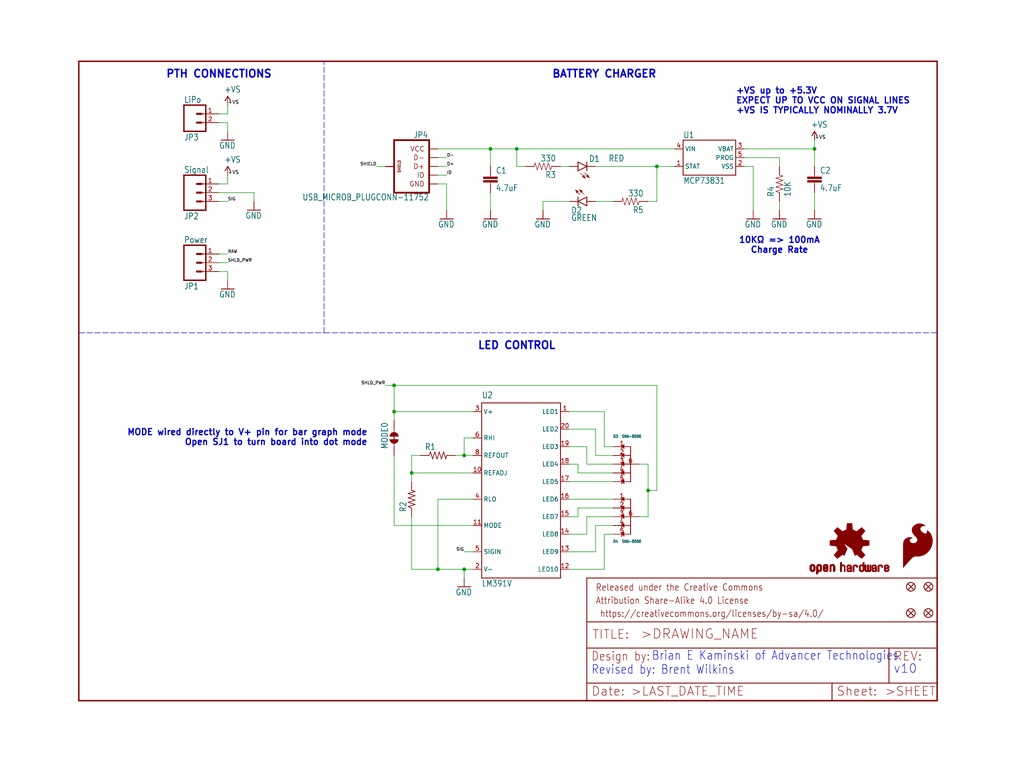
<source format=kicad_sch>
(kicad_sch (version 20211123) (generator eeschema)
  (paper "User" 297.002 223.926)
  (lib_symbols
    (symbol "eagleSchem-eagle-import:1.0V" (power)
      (property "Value" "1.0V" (at -1.016 3.556 0))
      (symbol "1.0V_1_0"
        (pin power_in line (at 0 0 90) (length 2.54) (name "1.0V") (number "1"))
      )
    )
    (symbol "eagleSchem-eagle-import:10KOHM-1{slash}10W-1%(0603)0603"
      (property "Reference" "R" (at -3.81 1.4986 0))
      (property "Value" "10KOHM-1{slash}10W-1%(0603)0603" (at -3.81 -3.302 0))
      (symbol "10KOHM-1{slash}10W-1%(0603)0603_1_0"
        (pin passive line (at -5.08 0 0) (length 2.54) (name "1") (number "1"))
        (pin passive line (at 5.08 0 180) (length 2.54) (name "2") (number "2"))
      )
    )
    (symbol "eagleSchem-eagle-import:330OHM1{slash}10W1%(0603)"
      (property "Reference" "R" (at -3.81 1.4986 0))
      (property "Value" "330OHM1{slash}10W1%(0603)" (at -3.81 -3.302 0))
      (symbol "330OHM1{slash}10W1%(0603)_1_0"
        (pin passive line (at -5.08 0 0) (length 2.54) (name "1") (number "1"))
        (pin passive line (at 5.08 0 180) (length 2.54) (name "2") (number "2"))
      )
    )
    (symbol "eagleSchem-eagle-import:4.7UF-6.3V-10%(0603)0603"
      (property "Reference" "C" (at 1.524 2.921 0))
      (property "Value" "4.7UF-6.3V-10%(0603)0603" (at 1.524 -2.159 0))
      (symbol "4.7UF-6.3V-10%(0603)0603_1_0"
        (pin passive line (at 0 5.08 270) (length 2.54) (name "1") (number "1"))
        (pin passive line (at 0 -2.54 90) (length 2.54) (name "2") (number "2"))
      )
    )
    (symbol "eagleSchem-eagle-import:FIDUCIAL1X2")
    (symbol "eagleSchem-eagle-import:FRAME-LETTER"
      (symbol "FRAME-LETTER_2_0"
        (text " https://creativecommons.org/licenses/by-sa/4.0/" (at 2.54 24.13 0) (effects (font (size 1.9304 1.6408)) (justify left bottom)))
        (text ">DRAWING_NAME" (at 15.494 17.78 0) (effects (font (size 2.7432 2.7432)) (justify left bottom)))
        (text ">LAST_DATE_TIME" (at 12.7 1.27 0) (effects (font (size 2.54 2.54)) (justify left bottom)))
        (text ">SHEET" (at 86.36 1.27 0) (effects (font (size 2.54 2.54)) (justify left bottom)))
        (text "Attribution Share-Alike 4.0 License" (at 2.54 27.94 0) (effects (font (size 1.9304 1.6408)) (justify left bottom)))
        (text "Date:" (at 1.27 1.27 0) (effects (font (size 2.54 2.54)) (justify left bottom)))
        (text "Design by:" (at 1.27 11.43 0) (effects (font (size 2.54 2.159)) (justify left bottom)))
        (text "Released under the Creative Commons" (at 2.54 31.75 0) (effects (font (size 1.9304 1.6408)) (justify left bottom)))
        (text "REV:" (at 88.9 11.43 0) (effects (font (size 2.54 2.54)) (justify left bottom)))
        (text "Sheet:" (at 72.39 1.27 0) (effects (font (size 2.54 2.54)) (justify left bottom)))
        (text "TITLE:" (at 1.524 17.78 0) (effects (font (size 2.54 2.54)) (justify left bottom)))
      )
    )
    (symbol "eagleSchem-eagle-import:GND" (power)
      (property "Value" "GND" (at -2.54 -2.54 0))
      (symbol "GND_1_0"
        (pin power_in line (at 0 2.54 270) (length 2.54) (name "GND") (number "1"))
      )
    )
    (symbol "eagleSchem-eagle-import:JUMPER-PAD-2-NC_BY_TRACE"
      (property "Reference" "JP" (at -2.54 2.54 0))
      (property "Value" "JUMPER-PAD-2-NC_BY_TRACE" (at -2.54 -5.08 0))
      (symbol "JUMPER-PAD-2-NC_BY_TRACE_1_0"
        (pin passive line (at -5.08 0 0) (length 2.54) (name "1") (number "1"))
        (pin passive line (at 5.08 0 180) (length 2.54) (name "2") (number "2"))
      )
    )
    (symbol "eagleSchem-eagle-import:LED-GREEN0603"
      (property "Reference" "D" (at 3.556 -4.572 90))
      (property "Value" "LED-GREEN0603" (at 5.715 -4.572 90))
      (symbol "LED-GREEN0603_1_0"
        (pin passive line (at 0 2.54 270) (length 2.54) (name "A") (number "A"))
        (pin passive line (at 0 -5.08 90) (length 2.54) (name "C") (number "C"))
      )
    )
    (symbol "eagleSchem-eagle-import:LED-RED0603"
      (property "Reference" "D" (at 3.556 -4.572 90))
      (property "Value" "LED-RED0603" (at 5.715 -4.572 90))
      (symbol "LED-RED0603_1_0"
        (pin passive line (at 0 2.54 270) (length 2.54) (name "A") (number "A"))
        (pin passive line (at 0 -5.08 90) (length 2.54) (name "C") (number "C"))
      )
    )
    (symbol "eagleSchem-eagle-import:LM391V"
      (property "Reference" "U" (at -10.16 26.67 0))
      (property "Value" "LM391V" (at -10.16 -27.94 0))
      (symbol "LM391V_1_0"
        (pin output line (at 15.24 22.86 180) (length 2.54) (name "LED1") (number "1"))
        (pin passive line (at -12.7 5.08 0) (length 2.54) (name "REFADJ") (number "10"))
        (pin input line (at -12.7 -10.16 0) (length 2.54) (name "MODE") (number "11"))
        (pin output line (at 15.24 -22.86 180) (length 2.54) (name "LED10") (number "12"))
        (pin output line (at 15.24 -17.78 180) (length 2.54) (name "LED9") (number "13"))
        (pin output line (at 15.24 -12.7 180) (length 2.54) (name "LED8") (number "14"))
        (pin output line (at 15.24 -7.62 180) (length 2.54) (name "LED7") (number "15"))
        (pin output line (at 15.24 -2.54 180) (length 2.54) (name "LED6") (number "16"))
        (pin output line (at 15.24 2.54 180) (length 2.54) (name "LED5") (number "17"))
        (pin output line (at 15.24 7.62 180) (length 2.54) (name "LED4") (number "18"))
        (pin output line (at 15.24 12.7 180) (length 2.54) (name "LED3") (number "19"))
        (pin power_in line (at -12.7 -22.86 0) (length 2.54) (name "V-") (number "2"))
        (pin output line (at 15.24 17.78 180) (length 2.54) (name "LED2") (number "20"))
        (pin power_in line (at -12.7 22.86 0) (length 2.54) (name "V+") (number "3"))
        (pin input line (at -12.7 -2.54 0) (length 2.54) (name "RLO") (number "4"))
        (pin input line (at -12.7 -17.78 0) (length 2.54) (name "SIGIN") (number "5"))
        (pin input line (at -12.7 15.24 0) (length 2.54) (name "RHI") (number "6"))
        (pin output line (at -12.7 10.16 0) (length 2.54) (name "REFOUT") (number "8"))
      )
    )
    (symbol "eagleSchem-eagle-import:M021X02_NO_SILK"
      (property "Reference" "J" (at -2.54 5.842 0))
      (property "Value" "M021X02_NO_SILK" (at -2.54 -5.08 0))
      (symbol "M021X02_NO_SILK_1_0"
        (pin passive line (at 7.62 0 180) (length 5.08) (name "1") (number "1"))
        (pin passive line (at 7.62 2.54 180) (length 5.08) (name "2") (number "2"))
      )
    )
    (symbol "eagleSchem-eagle-import:M031X03_NO_SILK"
      (property "Reference" "J" (at -2.54 5.842 0))
      (property "Value" "M031X03_NO_SILK" (at -2.54 -7.62 0))
      (symbol "M031X03_NO_SILK_1_0"
        (pin passive line (at 7.62 -2.54 180) (length 5.08) (name "1") (number "1"))
        (pin passive line (at 7.62 0 180) (length 5.08) (name "2") (number "2"))
        (pin passive line (at 7.62 2.54 180) (length 5.08) (name "3") (number "3"))
      )
    )
    (symbol "eagleSchem-eagle-import:MCP73831"
      (property "Reference" "U" (at -7.62 5.588 0))
      (property "Value" "MCP73831" (at -7.62 -7.62 0))
      (symbol "MCP73831_1_0"
        (pin output line (at -10.16 -2.54 0) (length 2.54) (name "STAT") (number "1"))
        (pin power_in line (at 10.16 -2.54 180) (length 2.54) (name "VSS") (number "2"))
        (pin power_in line (at 10.16 2.54 180) (length 2.54) (name "VBAT") (number "3"))
        (pin power_in line (at -10.16 2.54 0) (length 2.54) (name "VIN") (number "4"))
        (pin input line (at 10.16 0 180) (length 2.54) (name "PROG") (number "5"))
      )
    )
    (symbol "eagleSchem-eagle-import:OSHW-LOGOS")
    (symbol "eagleSchem-eagle-import:R-US_R0603"
      (property "Reference" "R" (at -3.81 1.4986 0))
      (property "Value" "R-US_R0603" (at -3.81 -3.302 0))
      (symbol "R-US_R0603_1_0"
        (pin passive line (at -5.08 0 0) (length 2.54) (name "1") (number "1"))
        (pin passive line (at 5.08 0 180) (length 2.54) (name "2") (number "2"))
      )
    )
    (symbol "eagleSchem-eagle-import:SFE_LOGO_FLAME.1_INCH")
    (symbol "eagleSchem-eagle-import:SMA-B500"
      (property "Reference" "D" (at -5.08 12.7 0))
      (property "Value" "SMA-B500" (at -5.08 -2.54 0))
      (symbol "SMA-B500_1_0"
        (pin bidirectional line (at -5.08 10.16 0) (length 5.08) (name "1") (number "1"))
        (pin bidirectional line (at -5.08 7.62 0) (length 5.08) (name "2") (number "2"))
        (pin bidirectional line (at -5.08 5.08 0) (length 5.08) (name "3") (number "3"))
        (pin bidirectional line (at -5.08 2.54 0) (length 5.08) (name "4") (number "4"))
        (pin bidirectional line (at -5.08 0 0) (length 5.08) (name "5") (number "5"))
        (pin bidirectional line (at 2.54 5.08 180) (length 5.08) (name "6") (number "6"))
      )
    )
    (symbol "eagleSchem-eagle-import:USB_MICROB_PLUGCONN-11752"
      (property "Reference" "J" (at -4.826 8.128 0))
      (property "Value" "USB_MICROB_PLUGCONN-11752" (at -5.08 -9.906 0))
      (symbol "USB_MICROB_PLUGCONN-11752_1_0"
        (text "D+" (at -3.81 0 0) (effects (font (size 1.4224 1.4224)) (justify left)))
        (text "D-" (at -3.81 2.54 0) (effects (font (size 1.4224 1.4224)) (justify left)))
        (text "GND" (at -3.81 -5.08 0) (effects (font (size 1.4224 1.4224)) (justify left)))
        (text "ID" (at -3.81 -2.54 0) (effects (font (size 1.4224 1.4224)) (justify left)))
        (text "SHIELD" (at 4.064 0 900) (effects (font (size 0.8128 0.6908)) (justify bottom)))
        (text "VCC" (at -3.81 5.08 0) (effects (font (size 1.4224 1.4224)) (justify left)))
        (pin bidirectional line (at -7.62 0 0) (length 2.54) (name "D+") (number "D+"))
        (pin bidirectional line (at -7.62 2.54 0) (length 2.54) (name "D-") (number "D-"))
        (pin bidirectional line (at -7.62 -5.08 0) (length 2.54) (name "GND") (number "GND"))
        (pin bidirectional line (at -7.62 -2.54 0) (length 2.54) (name "ID") (number "ID"))
        (pin bidirectional line (at 7.62 0 180) (length 2.54) (name "SHIELD") (number "SHIELD1"))
        (pin bidirectional line (at 7.62 0 180) (length 2.54) (name "SHIELD") (number "SHIELD2"))
        (pin bidirectional line (at 7.62 0 180) (length 2.54) (name "SHIELD") (number "SHIELD3"))
        (pin bidirectional line (at -7.62 5.08 0) (length 2.54) (name "VCC") (number "VBUS"))
      )
    )
  )
  (junction (at 127 165.1))
  (junction (at 134.62 132.08))
  (junction (at 190.5 48.26))
  (junction (at 119.38 137.16))
  (junction (at 114.3 111.76))
  (junction (at 114.3 119.38))
  (junction (at 142.24 43.18))
  (junction (at 236.22 43.18))
  (junction (at 149.86 43.18))
  (junction (at 187.96 142.24))
  (junction (at 134.62 165.1))
  (wire (pts (xy 185.42 134.62) (xy 187.96 134.62)))
  (wire (pts (xy 157.48 58.42) (xy 157.48 60.96)))
  (wire (pts (xy 119.38 165.1) (xy 127 165.1)))
  (wire (pts (xy 215.9 45.72) (xy 226.06 45.72)))
  (wire (pts (xy 63.5 78.74) (xy 66.04 78.74)))
  (wire (pts (xy 66.04 35.56) (xy 66.04 38.1)))
  (wire (pts (xy 111.76 48.26) (xy 109.22 48.26)))
  (wire (pts (xy 142.24 55.88) (xy 142.24 60.96)))
  (wire (pts (xy 172.72 124.46) (xy 172.72 132.08)))
  (wire (pts (xy 190.5 58.42) (xy 190.5 48.26)))
  (wire (pts (xy 119.38 137.16) (xy 119.38 132.08)))
  (wire (pts (xy 129.54 53.34) (xy 129.54 60.96)))
  (wire (pts (xy 137.16 165.1) (xy 134.62 165.1)))
  (wire (pts (xy 165.1 129.54) (xy 170.18 129.54)))
  (wire (pts (xy 119.38 137.16) (xy 119.38 139.7)))
  (wire (pts (xy 172.72 132.08) (xy 177.8 132.08)))
  (wire (pts (xy 127 165.1) (xy 134.62 165.1)))
  (wire (pts (xy 127 43.18) (xy 142.24 43.18)))
  (wire (pts (xy 190.5 142.24) (xy 190.5 111.76)))
  (wire (pts (xy 167.64 137.16) (xy 177.8 137.16)))
  (wire (pts (xy 63.5 33.02) (xy 66.04 33.02)))
  (wire (pts (xy 165.1 149.86) (xy 167.64 149.86)))
  (wire (pts (xy 127 144.78) (xy 127 165.1)))
  (wire (pts (xy 66.04 50.8) (xy 66.04 53.34)))
  (wire (pts (xy 152.4 48.26) (xy 149.86 48.26)))
  (wire (pts (xy 236.22 40.64) (xy 236.22 43.18)))
  (wire (pts (xy 142.24 43.18) (xy 149.86 43.18)))
  (wire (pts (xy 187.96 142.24) (xy 190.5 142.24)))
  (wire (pts (xy 167.64 149.86) (xy 167.64 147.32)))
  (wire (pts (xy 165.1 124.46) (xy 172.72 124.46)))
  (wire (pts (xy 190.5 111.76) (xy 114.3 111.76)))
  (wire (pts (xy 134.62 165.1) (xy 134.62 167.64)))
  (wire (pts (xy 63.5 53.34) (xy 66.04 53.34)))
  (wire (pts (xy 66.04 30.48) (xy 66.04 33.02)))
  (wire (pts (xy 137.16 137.16) (xy 119.38 137.16)))
  (wire (pts (xy 187.96 149.86) (xy 185.42 149.86)))
  (wire (pts (xy 165.1 154.94) (xy 170.18 154.94)))
  (wire (pts (xy 187.96 142.24) (xy 187.96 149.86)))
  (wire (pts (xy 172.72 160.02) (xy 172.72 152.4)))
  (polyline (pts (xy 93.98 96.52) (xy 93.98 17.78)))
  (wire (pts (xy 175.26 165.1) (xy 175.26 154.94)))
  (wire (pts (xy 167.64 147.32) (xy 177.8 147.32)))
  (wire (pts (xy 175.26 119.38) (xy 175.26 129.54)))
  (wire (pts (xy 165.1 139.7) (xy 177.8 139.7)))
  (wire (pts (xy 236.22 43.18) (xy 215.9 43.18)))
  (wire (pts (xy 66.04 78.74) (xy 66.04 81.28)))
  (wire (pts (xy 170.18 154.94) (xy 170.18 149.86)))
  (wire (pts (xy 114.3 119.38) (xy 114.3 121.92)))
  (wire (pts (xy 190.5 48.26) (xy 195.58 48.26)))
  (wire (pts (xy 167.64 134.62) (xy 167.64 137.16)))
  (wire (pts (xy 226.06 58.42) (xy 226.06 60.96)))
  (wire (pts (xy 137.16 132.08) (xy 134.62 132.08)))
  (wire (pts (xy 119.38 149.86) (xy 119.38 165.1)))
  (wire (pts (xy 66.04 76.2) (xy 63.5 76.2)))
  (wire (pts (xy 165.1 160.02) (xy 172.72 160.02)))
  (wire (pts (xy 172.72 152.4) (xy 177.8 152.4)))
  (wire (pts (xy 218.44 48.26) (xy 218.44 60.96)))
  (wire (pts (xy 149.86 43.18) (xy 195.58 43.18)))
  (wire (pts (xy 165.1 134.62) (xy 167.64 134.62)))
  (wire (pts (xy 226.06 45.72) (xy 226.06 48.26)))
  (wire (pts (xy 236.22 48.26) (xy 236.22 43.18)))
  (wire (pts (xy 172.72 48.26) (xy 190.5 48.26)))
  (wire (pts (xy 66.04 73.66) (xy 63.5 73.66)))
  (wire (pts (xy 175.26 154.94) (xy 177.8 154.94)))
  (wire (pts (xy 137.16 144.78) (xy 127 144.78)))
  (wire (pts (xy 162.56 48.26) (xy 165.1 48.26)))
  (wire (pts (xy 127 50.8) (xy 129.54 50.8)))
  (wire (pts (xy 127 53.34) (xy 129.54 53.34)))
  (wire (pts (xy 119.38 132.08) (xy 121.92 132.08)))
  (wire (pts (xy 114.3 132.08) (xy 114.3 152.4)))
  (wire (pts (xy 170.18 134.62) (xy 177.8 134.62)))
  (wire (pts (xy 73.66 55.88) (xy 63.5 55.88)))
  (wire (pts (xy 114.3 111.76) (xy 111.76 111.76)))
  (wire (pts (xy 134.62 132.08) (xy 134.62 127)))
  (polyline (pts (xy 22.86 96.52) (xy 93.98 96.52)))
  (wire (pts (xy 187.96 134.62) (xy 187.96 142.24)))
  (wire (pts (xy 63.5 35.56) (xy 66.04 35.56)))
  (wire (pts (xy 177.8 58.42) (xy 172.72 58.42)))
  (wire (pts (xy 137.16 160.02) (xy 134.62 160.02)))
  (wire (pts (xy 132.08 132.08) (xy 134.62 132.08)))
  (wire (pts (xy 63.5 58.42) (xy 66.04 58.42)))
  (wire (pts (xy 236.22 55.88) (xy 236.22 60.96)))
  (wire (pts (xy 127 45.72) (xy 129.54 45.72)))
  (wire (pts (xy 170.18 129.54) (xy 170.18 134.62)))
  (wire (pts (xy 73.66 58.42) (xy 73.66 55.88)))
  (wire (pts (xy 114.3 152.4) (xy 137.16 152.4)))
  (wire (pts (xy 127 48.26) (xy 129.54 48.26)))
  (wire (pts (xy 137.16 127) (xy 134.62 127)))
  (wire (pts (xy 175.26 129.54) (xy 177.8 129.54)))
  (wire (pts (xy 114.3 111.76) (xy 114.3 119.38)))
  (wire (pts (xy 142.24 43.18) (xy 142.24 48.26)))
  (wire (pts (xy 215.9 48.26) (xy 218.44 48.26)))
  (wire (pts (xy 170.18 149.86) (xy 177.8 149.86)))
  (wire (pts (xy 165.1 144.78) (xy 177.8 144.78)))
  (wire (pts (xy 165.1 119.38) (xy 175.26 119.38)))
  (wire (pts (xy 187.96 58.42) (xy 190.5 58.42)))
  (polyline (pts (xy 93.98 96.52) (xy 271.78 96.52)))
  (wire (pts (xy 149.86 48.26) (xy 149.86 43.18)))
  (wire (pts (xy 165.1 58.42) (xy 157.48 58.42)))
  (wire (pts (xy 165.1 165.1) (xy 175.26 165.1)))
  (wire (pts (xy 137.16 119.38) (xy 114.3 119.38)))
  (text "+VS up to +5.3V\nEXPECT UP TO VCC ON SIGNAL LINES\n+VS IS TYPICALLY NOMINALLY 3.7V" (at 213.36 25.4 0) (effects (font (size 1.778 1.778) (thickness 0.3556) bold) (justify left top)))
  (text "v10" (at 259.08 195.58 180) (effects (font (size 2.54 2.54)) (justify left bottom)))
  (text "BATTERY CHARGER" (at 175.26 22.86 180) (effects (font (size 2.1844 2.1844) (thickness 0.4369) bold) (justify bottom)))
  (text "Brian E Kaminski of Advancer Technologies" (at 188.976 191.77 180) (effects (font (size 2.54 2.159)) (justify left bottom)))
  (text "PTH CONNECTIONS" (at 63.5 22.86 180) (effects (font (size 2.1844 2.1844) (thickness 0.4369) bold) (justify bottom)))
  (text "MODE wired directly to V+ pin for bar graph mode\nOpen SJ1 to turn board into dot mode" (at 106.68 124.46 0) (effects (font (size 1.778 1.778) (thickness 0.3556) bold) (justify right top)))
  (text "Revised by: Brent Wilkins" (at 171.45 195.834 180) (effects (font (size 2.54 2.159)) (justify left bottom)))
  (text "10KΩ => 100mA\nCharge Rate" (at 226.06 73.66 180) (effects (font (size 1.778 1.778) (thickness 0.3556) bold) (justify bottom)))
  (text "LED CONTROL" (at 149.86 101.6 180) (effects (font (size 2.1844 2.1844) (thickness 0.4369) bold) (justify bottom)))
  (label "D+" (at 129.54 48.26 0) (effects (font (size 0.889 0.889))))
  (label "+VS" (at 236.22 40.64 0) (effects (font (size 1.016 1.016))))
  (label "SHIELD" (at 109.22 48.26 180) (effects (font (size 0.889 0.889))))
  (label "+VS" (at 66.04 30.48 0) (effects (font (size 1.016 1.016))))
  (label "SHLD_PWR" (at 111.76 111.76 180) (effects (font (size 0.889 0.889))))
  (label "D-" (at 129.54 45.72 0) (effects (font (size 0.889 0.889))))
  (label "RAW" (at 66.04 73.66 0) (effects (font (size 0.889 0.889))))
  (label "+VS" (at 66.04 50.8 0) (effects (font (size 1.016 1.016))))
  (label "SIG" (at 66.04 58.42 0) (effects (font (size 0.889 0.889))))
  (label "SHLD_PWR" (at 66.04 76.2 0) (effects (font (size 0.889 0.889))))
  (label "ID" (at 129.54 50.8 0) (effects (font (size 0.889 0.889))))
  (label "SIG" (at 134.62 160.02 180) (effects (font (size 0.889 0.889))))
  (symbol (lib_id "eagleSchem-eagle-import:SMA-B500") (at 182.88 154.94 0) (unit 1)
    (property "Reference" "D4" (at 177.8 157.48 0) (effects (font (size 0.8128 0.6908)) (justify left bottom)))
    (property "Value" "SMA-B500" (at 180.34 157.48 0) (effects (font (size 0.8128 0.6908)) (justify left bottom)))
    (property "Footprint" "eagleSchem:LED_BAR_SMD" (effects hide))
  )
  (symbol (lib_id "eagleSchem-eagle-import:GND") (at 66.04 40.64 0) (unit 1)
    (property "Reference" "#GND9" (effects hide))
    (property "Value" "GND" (at 63.5 43.18 0) (effects (font (size 1.778 1.5113)) (justify left bottom)))
    (property "Footprint" "eagleSchem:" (effects hide))
  )
  (symbol (lib_id "eagleSchem-eagle-import:SFE_LOGO_FLAME.1_INCH") (at 261.62 165.1 0) (unit 1)
    (property "Reference" "LOGO1" (effects hide))
    (property "Value" "SFE_LOGO_FLAME.1_INCH" (effects hide))
    (property "Footprint" "eagleSchem:SFE_LOGO_FLAME_.1" (effects hide))
  )
  (symbol (lib_id "eagleSchem-eagle-import:USB_MICROB_PLUGCONN-11752") (at 119.38 48.26 0) (mirror y) (unit 1)
    (property "Reference" "JP4" (at 124.206 40.132 0) (effects (font (size 1.778 1.5113)) (justify left bottom)))
    (property "Value" "USB_MICROB_PLUGCONN-11752" (at 124.46 58.166 0) (effects (font (size 1.778 1.5113)) (justify left bottom)))
    (property "Footprint" "eagleSchem:USB-B-MICRO-SMD_V03" (effects hide))
  )
  (symbol (lib_id "eagleSchem-eagle-import:GND") (at 157.48 63.5 0) (unit 1)
    (property "Reference" "#GND8" (effects hide))
    (property "Value" "GND" (at 154.94 66.04 0) (effects (font (size 1.778 1.5113)) (justify left bottom)))
    (property "Footprint" "eagleSchem:" (effects hide))
  )
  (symbol (lib_id "eagleSchem-eagle-import:LED-GREEN0603") (at 170.18 58.42 270) (unit 1)
    (property "Reference" "D2" (at 165.608 61.976 90) (effects (font (size 1.778 1.5113)) (justify left bottom)))
    (property "Value" "GREEN" (at 165.608 64.135 90) (effects (font (size 1.778 1.5113)) (justify left bottom)))
    (property "Footprint" "eagleSchem:LED-0603" (effects hide))
  )
  (symbol (lib_id "eagleSchem-eagle-import:1.0V") (at 66.04 50.8 0) (unit 1)
    (property "Reference" "#+VS1" (effects hide))
    (property "Value" "+VS" (at 65.024 47.244 0) (effects (font (size 1.778 1.5113)) (justify left bottom)))
    (property "Footprint" "eagleSchem:" (effects hide))
  )
  (symbol (lib_id "eagleSchem-eagle-import:GND") (at 236.22 63.5 0) (unit 1)
    (property "Reference" "#GND7" (effects hide))
    (property "Value" "GND" (at 233.68 66.04 0) (effects (font (size 1.778 1.5113)) (justify left bottom)))
    (property "Footprint" "eagleSchem:" (effects hide))
  )
  (symbol (lib_id "eagleSchem-eagle-import:GND") (at 142.24 63.5 0) (unit 1)
    (property "Reference" "#GND4" (effects hide))
    (property "Value" "GND" (at 139.7 66.04 0) (effects (font (size 1.778 1.5113)) (justify left bottom)))
    (property "Footprint" "eagleSchem:" (effects hide))
  )
  (symbol (lib_id "eagleSchem-eagle-import:GND") (at 73.66 60.96 0) (unit 1)
    (property "Reference" "#GND10" (effects hide))
    (property "Value" "GND" (at 71.12 63.5 0) (effects (font (size 1.778 1.5113)) (justify left bottom)))
    (property "Footprint" "eagleSchem:" (effects hide))
  )
  (symbol (lib_id "eagleSchem-eagle-import:R-US_R0603") (at 119.38 144.78 90) (unit 1)
    (property "Reference" "R2" (at 117.8814 148.59 0) (effects (font (size 1.778 1.5113)) (justify left bottom)))
    (property "Value" "7.5k" (at 122.682 148.59 0) (effects (font (size 1.778 1.5113)) (justify left bottom)))
    (property "Footprint" "eagleSchem:R0603" (effects hide))
    (property "Value" "7.5k" (effects hide))
  )
  (symbol (lib_id "eagleSchem-eagle-import:FIDUCIAL1X2") (at 264.16 170.18 0) (unit 1)
    (property "Reference" "FID3" (effects hide))
    (property "Value" "FIDUCIAL1X2" (effects hide))
    (property "Footprint" "eagleSchem:FIDUCIAL-1X2" (effects hide))
  )
  (symbol (lib_id "eagleSchem-eagle-import:LED-RED0603") (at 167.64 48.26 90) (unit 1)
    (property "Reference" "D1" (at 173.99 45.085 90) (effects (font (size 1.778 1.5113)) (justify left bottom)))
    (property "Value" "RED" (at 181.102 44.958 90) (effects (font (size 1.778 1.5113)) (justify left bottom)))
    (property "Footprint" "eagleSchem:LED-0603" (effects hide))
  )
  (symbol (lib_id "eagleSchem-eagle-import:FIDUCIAL1X2") (at 269.24 170.18 0) (unit 1)
    (property "Reference" "FID1" (effects hide))
    (property "Value" "FIDUCIAL1X2" (effects hide))
    (property "Footprint" "eagleSchem:FIDUCIAL-1X2" (effects hide))
  )
  (symbol (lib_id "eagleSchem-eagle-import:1.0V") (at 66.04 30.48 0) (unit 1)
    (property "Reference" "#+VS0" (effects hide))
    (property "Value" "+VS" (at 65.024 26.924 0) (effects (font (size 1.778 1.5113)) (justify left bottom)))
    (property "Footprint" "eagleSchem:" (effects hide))
  )
  (symbol (lib_id "eagleSchem-eagle-import:GND") (at 226.06 63.5 0) (unit 1)
    (property "Reference" "#GND6" (effects hide))
    (property "Value" "GND" (at 223.52 66.04 0) (effects (font (size 1.778 1.5113)) (justify left bottom)))
    (property "Footprint" "eagleSchem:" (effects hide))
  )
  (symbol (lib_id "eagleSchem-eagle-import:M031X03_NO_SILK") (at 55.88 55.88 0) (mirror x) (unit 1)
    (property "Reference" "JP2" (at 53.34 61.722 0) (effects (font (size 1.778 1.5113)) (justify left bottom)))
    (property "Value" "Signal" (at 53.34 48.26 0) (effects (font (size 1.778 1.5113)) (justify left bottom)))
    (property "Footprint" "eagleSchem:1X03_NO_SILK" (effects hide))
  )
  (symbol (lib_id "eagleSchem-eagle-import:OSHW-LOGOS") (at 246.38 157.48 0) (unit 1)
    (property "Reference" "LOGO2" (effects hide))
    (property "Value" "OSHW-LOGOS" (effects hide))
    (property "Footprint" "eagleSchem:OSHW-LOGO-S" (effects hide))
  )
  (symbol (lib_id "eagleSchem-eagle-import:10KOHM-1{slash}10W-1%(0603)0603") (at 226.06 53.34 90) (unit 1)
    (property "Reference" "R4" (at 224.5614 57.15 0) (effects (font (size 1.778 1.5113)) (justify left bottom)))
    (property "Value" "10K" (at 229.362 57.15 0) (effects (font (size 1.778 1.5113)) (justify left bottom)))
    (property "Footprint" "eagleSchem:0603-RES" (effects hide))
  )
  (symbol (lib_id "eagleSchem-eagle-import:M021X02_NO_SILK") (at 55.88 33.02 0) (mirror x) (unit 1)
    (property "Reference" "JP3" (at 53.34 38.862 0) (effects (font (size 1.778 1.5113)) (justify left bottom)))
    (property "Value" "LiPo" (at 53.34 27.94 0) (effects (font (size 1.778 1.5113)) (justify left bottom)))
    (property "Footprint" "eagleSchem:1X02_NO_SILK" (effects hide))
  )
  (symbol (lib_id "eagleSchem-eagle-import:GND") (at 218.44 63.5 0) (unit 1)
    (property "Reference" "#GND5" (effects hide))
    (property "Value" "GND" (at 215.9 66.04 0) (effects (font (size 1.778 1.5113)) (justify left bottom)))
    (property "Footprint" "eagleSchem:" (effects hide))
  )
  (symbol (lib_id "eagleSchem-eagle-import:R-US_R0603") (at 127 132.08 0) (unit 1)
    (property "Reference" "R1" (at 123.19 130.5814 0) (effects (font (size 1.778 1.5113)) (justify left bottom)))
    (property "Value" "6.49k" (at 123.19 135.382 0) (effects (font (size 1.778 1.5113)) (justify left bottom)))
    (property "Footprint" "eagleSchem:R0603" (effects hide))
    (property "Value" "6.49k" (effects hide))
  )
  (symbol (lib_id "eagleSchem-eagle-import:M031X03_NO_SILK") (at 55.88 76.2 0) (mirror x) (unit 1)
    (property "Reference" "JP1" (at 53.34 82.042 0) (effects (font (size 1.778 1.5113)) (justify left bottom)))
    (property "Value" "Power" (at 53.34 68.58 0) (effects (font (size 1.778 1.5113)) (justify left bottom)))
    (property "Footprint" "eagleSchem:1X03_NO_SILK" (effects hide))
  )
  (symbol (lib_id "eagleSchem-eagle-import:MCP73831") (at 205.74 45.72 0) (unit 1)
    (property "Reference" "U1" (at 198.12 40.132 0) (effects (font (size 1.778 1.5113)) (justify left bottom)))
    (property "Value" "MCP73831" (at 198.12 53.34 0) (effects (font (size 1.778 1.5113)) (justify left bottom)))
    (property "Footprint" "eagleSchem:SOT23-5" (effects hide))
  )
  (symbol (lib_id "eagleSchem-eagle-import:LM391V") (at 149.86 142.24 0) (unit 1)
    (property "Reference" "U2" (at 139.7 115.57 0) (effects (font (size 1.778 1.5113)) (justify left bottom)))
    (property "Value" "LM391V" (at 139.7 170.18 0) (effects (font (size 1.778 1.5113)) (justify left bottom)))
    (property "Footprint" "eagleSchem:PLCC20S" (effects hide))
  )
  (symbol (lib_id "eagleSchem-eagle-import:SMA-B500") (at 182.88 139.7 0) (unit 1)
    (property "Reference" "D3" (at 177.8 127 0) (effects (font (size 0.8128 0.6908)) (justify left bottom)))
    (property "Value" "SMA-B500" (at 180.34 127 0) (effects (font (size 0.8128 0.6908)) (justify left bottom)))
    (property "Footprint" "eagleSchem:LED_BAR_SMD" (effects hide))
  )
  (symbol (lib_id "eagleSchem-eagle-import:330OHM1{slash}10W1%(0603)") (at 182.88 58.42 180) (unit 1)
    (property "Reference" "R5" (at 186.69 59.9186 0) (effects (font (size 1.778 1.5113)) (justify left bottom)))
    (property "Value" "330" (at 186.69 55.118 0) (effects (font (size 1.778 1.5113)) (justify left bottom)))
    (property "Footprint" "eagleSchem:0603-RES" (effects hide))
  )
  (symbol (lib_id "eagleSchem-eagle-import:FIDUCIAL1X2") (at 269.24 177.8 0) (unit 1)
    (property "Reference" "FID2" (effects hide))
    (property "Value" "FIDUCIAL1X2" (effects hide))
    (property "Footprint" "eagleSchem:FIDUCIAL-1X2" (effects hide))
  )
  (symbol (lib_id "eagleSchem-eagle-import:1.0V") (at 236.22 40.64 0) (unit 1)
    (property "Reference" "#+VS2" (effects hide))
    (property "Value" "+VS" (at 235.204 37.084 0) (effects (font (size 1.778 1.5113)) (justify left bottom)))
    (property "Footprint" "eagleSchem:" (effects hide))
  )
  (symbol (lib_id "eagleSchem-eagle-import:GND") (at 129.54 63.5 0) (unit 1)
    (property "Reference" "#GND3" (effects hide))
    (property "Value" "GND" (at 127 66.04 0) (effects (font (size 1.778 1.5113)) (justify left bottom)))
    (property "Footprint" "eagleSchem:" (effects hide))
  )
  (symbol (lib_id "eagleSchem-eagle-import:4.7UF-6.3V-10%(0603)0603") (at 142.24 53.34 0) (unit 1)
    (property "Reference" "C1" (at 143.764 50.419 0) (effects (font (size 1.778 1.5113)) (justify left bottom)))
    (property "Value" "4.7uF" (at 143.764 55.499 0) (effects (font (size 1.778 1.5113)) (justify left bottom)))
    (property "Footprint" "eagleSchem:0603-CAP" (effects hide))
  )
  (symbol (lib_id "eagleSchem-eagle-import:GND") (at 66.04 83.82 0) (unit 1)
    (property "Reference" "#GND2" (effects hide))
    (property "Value" "GND" (at 63.5 86.36 0) (effects (font (size 1.778 1.5113)) (justify left bottom)))
    (property "Footprint" "eagleSchem:" (effects hide))
  )
  (symbol (lib_id "eagleSchem-eagle-import:4.7UF-6.3V-10%(0603)0603") (at 236.22 53.34 0) (unit 1)
    (property "Reference" "C2" (at 237.744 50.419 0) (effects (font (size 1.778 1.5113)) (justify left bottom)))
    (property "Value" "4.7uF" (at 237.744 55.499 0) (effects (font (size 1.778 1.5113)) (justify left bottom)))
    (property "Footprint" "eagleSchem:0603-CAP" (effects hide))
  )
  (symbol (lib_id "eagleSchem-eagle-import:JUMPER-PAD-2-NC_BY_TRACE") (at 114.3 127 90) (unit 1)
    (property "Reference" "MODE0" (at 112.522 130.302 0) (effects (font (size 1.778 1.5113)) (justify left bottom)))
    (property "Value" "JUMPER-PAD-2-NC_BY_TRACE" (effects hide))
    (property "Footprint" "eagleSchem:PAD-JUMPER-2-NC_BY_TRACE_YES_SILK" (effects hide))
  )
  (symbol (lib_id "eagleSchem-eagle-import:330OHM1{slash}10W1%(0603)") (at 157.48 48.26 180) (unit 1)
    (property "Reference" "R3" (at 161.29 49.7586 0) (effects (font (size 1.778 1.5113)) (justify left bottom)))
    (property "Value" "330" (at 161.29 44.958 0) (effects (font (size 1.778 1.5113)) (justify left bottom)))
    (property "Footprint" "eagleSchem:0603-RES" (effects hide))
  )
  (symbol (lib_id "eagleSchem-eagle-import:GND") (at 134.62 170.18 0) (unit 1)
    (property "Reference" "#GND1" (effects hide))
    (property "Value" "GND" (at 132.08 172.72 0) (effects (font (size 1.778 1.5113)) (justify left bottom)))
    (property "Footprint" "eagleSchem:" (effects hide))
  )
  (symbol (lib_id "eagleSchem-eagle-import:FRAME-LETTER") (at 22.86 203.2 0) (unit 1)
    (property "Reference" "FRAME1" (effects hide))
    (property "Value" "FRAME-LETTER" (effects hide))
    (property "Footprint" "eagleSchem:CREATIVE_COMMONS" (effects hide))
  )
  (symbol (lib_id "eagleSchem-eagle-import:FIDUCIAL1X2") (at 264.16 177.8 0) (unit 1)
    (property "Reference" "FID4" (effects hide))
    (property "Value" "FIDUCIAL1X2" (effects hide))
    (property "Footprint" "eagleSchem:FIDUCIAL-1X2" (effects hide))
  )
  (symbol (lib_id "eagleSchem-eagle-import:FRAME-LETTER") (at 170.18 203.2 0) (unit 2)
    (property "Reference" "FRAME1" (effects hide))
    (property "Value" "FRAME-LETTER" (effects hide))
    (property "Footprint" "eagleSchem:CREATIVE_COMMONS" (effects hide))
  )
)
</source>
